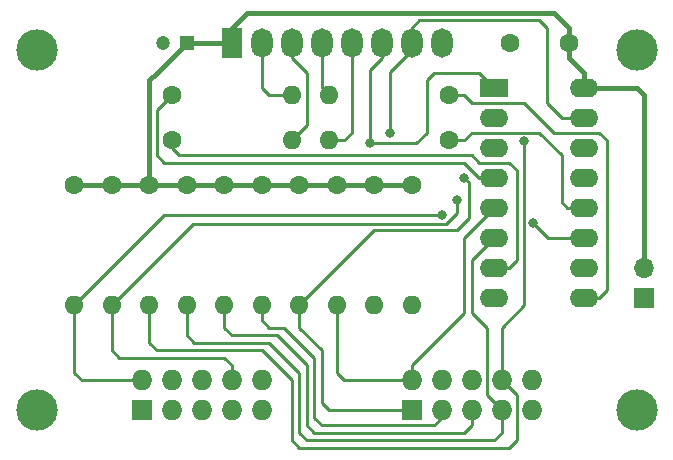
<source format=gtl>
G04 #@! TF.GenerationSoftware,KiCad,Pcbnew,(5.1.8)-1*
G04 #@! TF.CreationDate,2022-02-21T22:55:28+01:00*
G04 #@! TF.ProjectId,NEC PC Engine,4e454320-5043-4204-956e-67696e652e6b,rev?*
G04 #@! TF.SameCoordinates,Original*
G04 #@! TF.FileFunction,Copper,L1,Top*
G04 #@! TF.FilePolarity,Positive*
%FSLAX46Y46*%
G04 Gerber Fmt 4.6, Leading zero omitted, Abs format (unit mm)*
G04 Created by KiCad (PCBNEW (5.1.8)-1) date 2022-02-21 22:55:28*
%MOMM*%
%LPD*%
G01*
G04 APERTURE LIST*
G04 #@! TA.AperFunction,ComponentPad*
%ADD10O,1.800000X2.500000*%
G04 #@! TD*
G04 #@! TA.AperFunction,ComponentPad*
%ADD11R,1.800000X2.500000*%
G04 #@! TD*
G04 #@! TA.AperFunction,ComponentPad*
%ADD12C,1.600000*%
G04 #@! TD*
G04 #@! TA.AperFunction,ComponentPad*
%ADD13O,1.600000X1.600000*%
G04 #@! TD*
G04 #@! TA.AperFunction,ComponentPad*
%ADD14O,1.727200X1.727200*%
G04 #@! TD*
G04 #@! TA.AperFunction,ComponentPad*
%ADD15R,1.727200X1.727200*%
G04 #@! TD*
G04 #@! TA.AperFunction,ComponentPad*
%ADD16C,3.500000*%
G04 #@! TD*
G04 #@! TA.AperFunction,ComponentPad*
%ADD17R,1.700000X1.700000*%
G04 #@! TD*
G04 #@! TA.AperFunction,ComponentPad*
%ADD18O,1.700000X1.700000*%
G04 #@! TD*
G04 #@! TA.AperFunction,ComponentPad*
%ADD19R,1.200000X1.200000*%
G04 #@! TD*
G04 #@! TA.AperFunction,ComponentPad*
%ADD20C,1.200000*%
G04 #@! TD*
G04 #@! TA.AperFunction,ComponentPad*
%ADD21R,2.400000X1.600000*%
G04 #@! TD*
G04 #@! TA.AperFunction,ComponentPad*
%ADD22O,2.400000X1.600000*%
G04 #@! TD*
G04 #@! TA.AperFunction,ViaPad*
%ADD23C,0.800000*%
G04 #@! TD*
G04 #@! TA.AperFunction,Conductor*
%ADD24C,0.381000*%
G04 #@! TD*
G04 #@! TA.AperFunction,Conductor*
%ADD25C,0.250000*%
G04 #@! TD*
G04 APERTURE END LIST*
D10*
X153035000Y-76835000D03*
X150495000Y-76835000D03*
X147955000Y-76835000D03*
X145415000Y-76835000D03*
X142875000Y-76835000D03*
X140335000Y-76835000D03*
X137795000Y-76835000D03*
D11*
X135255000Y-76835000D03*
D12*
X131445000Y-88900000D03*
D13*
X131445000Y-99060000D03*
D14*
X160655000Y-105410000D03*
X158115000Y-105410000D03*
X155575000Y-105410000D03*
X153035000Y-105410000D03*
X150495000Y-105410000D03*
X160655000Y-107950000D03*
X158115000Y-107950000D03*
X155575000Y-107950000D03*
X153035000Y-107950000D03*
D15*
X150495000Y-107950000D03*
D12*
X163830000Y-76835000D03*
X158830000Y-76835000D03*
D15*
X127635000Y-107950000D03*
D14*
X130175000Y-107950000D03*
X132715000Y-107950000D03*
X135255000Y-107950000D03*
X137795000Y-107950000D03*
X127635000Y-105410000D03*
X130175000Y-105410000D03*
X132715000Y-105410000D03*
X135255000Y-105410000D03*
X137795000Y-105410000D03*
D16*
X118745000Y-107950000D03*
X169545000Y-107950000D03*
X169545000Y-77470000D03*
X118745000Y-77455001D03*
D17*
X170180000Y-98425000D03*
D18*
X170180000Y-95885000D03*
D13*
X128270000Y-99060000D03*
D12*
X128270000Y-88900000D03*
X140970000Y-88900000D03*
D13*
X140970000Y-99060000D03*
X144145000Y-99060000D03*
D12*
X144145000Y-88900000D03*
D13*
X121920000Y-99060000D03*
D12*
X121920000Y-88900000D03*
X137795000Y-88900000D03*
D13*
X137795000Y-99060000D03*
X125095000Y-99060000D03*
D12*
X125095000Y-88900000D03*
X134620000Y-88900000D03*
D13*
X134620000Y-99060000D03*
D19*
X131445000Y-76835000D03*
D20*
X129445000Y-76835000D03*
D13*
X147320000Y-99060000D03*
D12*
X147320000Y-88900000D03*
X150495000Y-88900000D03*
D13*
X150495000Y-99060000D03*
X140335000Y-81280000D03*
D12*
X130175000Y-81280000D03*
X130175000Y-85090000D03*
D13*
X140335000Y-85090000D03*
X143510000Y-81280000D03*
D12*
X153670000Y-81280000D03*
X153670000Y-85090000D03*
D13*
X143510000Y-85090000D03*
D21*
X157480000Y-80645000D03*
D22*
X165100000Y-98425000D03*
X157480000Y-83185000D03*
X165100000Y-95885000D03*
X157480000Y-85725000D03*
X165100000Y-93345000D03*
X157480000Y-88265000D03*
X165100000Y-90805000D03*
X157480000Y-90805000D03*
X165100000Y-88265000D03*
X157480000Y-93345000D03*
X165100000Y-85725000D03*
X157480000Y-95885000D03*
X165100000Y-83185000D03*
X157480000Y-98425000D03*
X165100000Y-80645000D03*
D23*
X160745000Y-92075000D03*
X153035000Y-91440000D03*
X154940020Y-88265000D03*
X154305000Y-90170000D03*
X160020000Y-85180000D03*
X146938990Y-85344000D03*
X148665932Y-84470186D03*
D24*
X134620000Y-88900000D02*
X131445000Y-88900000D01*
X137795000Y-88900000D02*
X136207500Y-88900000D01*
X136207500Y-88900000D02*
X134620000Y-88900000D01*
X128270000Y-88900000D02*
X131445000Y-88900000D01*
X128270000Y-88900000D02*
X125095000Y-88900000D01*
X125095000Y-88900000D02*
X121920000Y-88900000D01*
X163830000Y-78105000D02*
X163830000Y-76835000D01*
X165100000Y-79375000D02*
X163830000Y-78105000D01*
X165100000Y-80645000D02*
X165100000Y-79375000D01*
X169545000Y-80645000D02*
X165100000Y-80645000D01*
X170180000Y-81280000D02*
X169545000Y-80645000D01*
X170180000Y-95885000D02*
X170180000Y-81280000D01*
X137795000Y-88900000D02*
X140970000Y-88900000D01*
X140970000Y-88900000D02*
X144145000Y-88900000D01*
X144145000Y-88900000D02*
X147320000Y-88900000D01*
X135255000Y-76835000D02*
X131445000Y-76835000D01*
X147320000Y-88900000D02*
X150495000Y-88900000D01*
X128905000Y-79375000D02*
X131445000Y-76835000D01*
X128270000Y-80010000D02*
X128905000Y-79375000D01*
X128270000Y-88900000D02*
X128270000Y-80010000D01*
X135255000Y-75565000D02*
X135255000Y-76835000D01*
X136525000Y-74295000D02*
X135255000Y-75565000D01*
X162560000Y-74295000D02*
X136525000Y-74295000D01*
X163830000Y-75565000D02*
X162560000Y-74295000D01*
X163830000Y-76835000D02*
X163830000Y-75565000D01*
D25*
X122555000Y-105410000D02*
X127635000Y-105410000D01*
X121920000Y-104775000D02*
X122555000Y-105410000D01*
X121920000Y-99060000D02*
X121920000Y-104775000D01*
X162015000Y-93345000D02*
X160745000Y-92075000D01*
X165100000Y-93345000D02*
X162015000Y-93345000D01*
X121920000Y-99060000D02*
X129540000Y-91440000D01*
X129540000Y-91440000D02*
X153035000Y-91440000D01*
X158115000Y-109855000D02*
X158115000Y-107950000D01*
X157480000Y-110490000D02*
X158115000Y-109855000D01*
X141605000Y-110490000D02*
X157480000Y-110490000D01*
X140970000Y-109855000D02*
X141605000Y-110490000D01*
X138430000Y-102235000D02*
X140970000Y-104775000D01*
X132080000Y-102235000D02*
X138430000Y-102235000D01*
X140970000Y-104775000D02*
X140970000Y-109855000D01*
X131445000Y-101600000D02*
X132080000Y-102235000D01*
X131445000Y-99060000D02*
X131445000Y-101600000D01*
X155575000Y-95250000D02*
X157480000Y-93345000D01*
X155575000Y-99695000D02*
X155575000Y-95250000D01*
X156845000Y-100965000D02*
X155575000Y-99695000D01*
X156845000Y-106680000D02*
X156845000Y-100965000D01*
X158115000Y-107950000D02*
X156845000Y-106680000D01*
X155575000Y-109220000D02*
X155575000Y-107950000D01*
X154940000Y-109855000D02*
X155575000Y-109220000D01*
X141605000Y-109220000D02*
X142240000Y-109855000D01*
X141605000Y-104140000D02*
X141605000Y-109220000D01*
X139065000Y-101600000D02*
X141605000Y-104140000D01*
X142240000Y-109855000D02*
X154940000Y-109855000D01*
X135255000Y-101600000D02*
X139065000Y-101600000D01*
X134620000Y-100965000D02*
X135255000Y-101600000D01*
X134620000Y-99060000D02*
X134620000Y-100965000D01*
X138430000Y-100965000D02*
X137795000Y-100330000D01*
X139700000Y-100965000D02*
X138430000Y-100965000D01*
X142240000Y-103505000D02*
X139700000Y-100965000D01*
X142240000Y-108585000D02*
X142240000Y-103505000D01*
X142875000Y-109220000D02*
X142240000Y-108585000D01*
X152400000Y-109220000D02*
X142875000Y-109220000D01*
X137795000Y-100330000D02*
X137795000Y-99060000D01*
X153035000Y-108585000D02*
X152400000Y-109220000D01*
X153035000Y-107950000D02*
X153035000Y-108585000D01*
X143510000Y-107950000D02*
X150495000Y-107950000D01*
X142875000Y-107315000D02*
X143510000Y-107950000D01*
X142875000Y-102870000D02*
X142875000Y-107315000D01*
X140970000Y-99060000D02*
X140970000Y-99695000D01*
X140970000Y-99060000D02*
X140970000Y-100965000D01*
X140970000Y-100965000D02*
X142875000Y-102870000D01*
X155340019Y-88664999D02*
X154940020Y-88265000D01*
X155340019Y-91674981D02*
X155340019Y-88664999D01*
X147320000Y-92710000D02*
X154305000Y-92710000D01*
X154305000Y-92710000D02*
X155340019Y-91674981D01*
X140970000Y-99060000D02*
X147320000Y-92710000D01*
X135255000Y-104140000D02*
X135255000Y-105410000D01*
X134620000Y-103505000D02*
X135255000Y-104140000D01*
X125730000Y-103505000D02*
X134620000Y-103505000D01*
X125095000Y-102870000D02*
X125730000Y-103505000D01*
X125095000Y-99060000D02*
X125095000Y-102870000D01*
X154305000Y-91243004D02*
X153383002Y-92165002D01*
X154305000Y-90170000D02*
X154305000Y-91243004D01*
X153383002Y-92165002D02*
X131989998Y-92165002D01*
X131989998Y-92165002D02*
X125894999Y-98260001D01*
X125894999Y-98260001D02*
X125095000Y-99060000D01*
X158750000Y-111125000D02*
X159385000Y-110490000D01*
X140970000Y-111125000D02*
X158750000Y-111125000D01*
X140335000Y-110490000D02*
X140970000Y-111125000D01*
X159385000Y-106680000D02*
X158115000Y-105410000D01*
X140335000Y-105410000D02*
X140335000Y-110490000D01*
X137795000Y-102870000D02*
X140335000Y-105410000D01*
X128905000Y-102870000D02*
X137795000Y-102870000D01*
X128270000Y-102235000D02*
X128905000Y-102870000D01*
X159385000Y-110490000D02*
X159385000Y-106680000D01*
X128270000Y-99060000D02*
X128270000Y-102235000D01*
X158115000Y-105410000D02*
X158115000Y-100965000D01*
X158115000Y-100965000D02*
X160020000Y-99060000D01*
X160020000Y-99060000D02*
X160020000Y-85180000D01*
X144145000Y-104775000D02*
X144780000Y-105410000D01*
X144145000Y-99060000D02*
X144145000Y-104775000D01*
X144780000Y-105410000D02*
X150495000Y-105410000D01*
X157480000Y-90805000D02*
X154940000Y-93345000D01*
X154940000Y-93345000D02*
X154940000Y-99695000D01*
X154940000Y-99695000D02*
X150495000Y-104140000D01*
X150495000Y-104140000D02*
X150495000Y-105410000D01*
X137795000Y-76835000D02*
X137795000Y-80645000D01*
X138430000Y-81280000D02*
X140335000Y-81280000D01*
X137795000Y-80645000D02*
X138430000Y-81280000D01*
X141605000Y-83820000D02*
X140335000Y-85090000D01*
X141605000Y-79375000D02*
X141605000Y-83820000D01*
X140335000Y-78105000D02*
X141605000Y-79375000D01*
X140335000Y-76835000D02*
X140335000Y-78105000D01*
X142875000Y-80645000D02*
X143510000Y-81280000D01*
X142875000Y-76835000D02*
X142875000Y-80645000D01*
X145415000Y-76835000D02*
X145415000Y-84455000D01*
X144780000Y-85090000D02*
X143510000Y-85090000D01*
X145415000Y-84455000D02*
X144780000Y-85090000D01*
X151765000Y-84455000D02*
X150876000Y-85344000D01*
X151765000Y-80010000D02*
X151765000Y-84455000D01*
X152400000Y-79375000D02*
X151765000Y-80010000D01*
X156210000Y-79375000D02*
X152400000Y-79375000D01*
X157480000Y-80645000D02*
X156210000Y-79375000D01*
X150876000Y-85344000D02*
X146938990Y-85344000D01*
X146938990Y-79121010D02*
X147955000Y-78105000D01*
X146938990Y-85344000D02*
X146938990Y-79121010D01*
X147955000Y-76835000D02*
X147955000Y-78105000D01*
X163195000Y-83185000D02*
X165100000Y-83185000D01*
X161925000Y-81915000D02*
X163195000Y-83185000D01*
X161290000Y-74930000D02*
X161925000Y-75565000D01*
X151130000Y-74930000D02*
X161290000Y-74930000D01*
X150495000Y-75565000D02*
X151130000Y-74930000D01*
X161925000Y-75565000D02*
X161925000Y-81915000D01*
X150495000Y-76835000D02*
X150495000Y-75565000D01*
X148665932Y-79299068D02*
X150495000Y-77470000D01*
X148665932Y-84470186D02*
X148665932Y-79299068D01*
X150495000Y-76835000D02*
X150495000Y-77470000D01*
X157480000Y-88265000D02*
X156210000Y-88265000D01*
X156210000Y-88265000D02*
X154940000Y-86995000D01*
X154940000Y-86995000D02*
X133350000Y-86995000D01*
X133350000Y-86995000D02*
X129540000Y-86995000D01*
X129540000Y-86995000D02*
X128905000Y-86360000D01*
X128905000Y-82550000D02*
X130175000Y-81280000D01*
X128905000Y-86360000D02*
X128905000Y-82550000D01*
X157480000Y-95885000D02*
X158750000Y-95885000D01*
X158750000Y-95885000D02*
X159385000Y-95250000D01*
X159385000Y-95250000D02*
X159385000Y-87630000D01*
X159385000Y-87630000D02*
X158750000Y-86995000D01*
X158750000Y-86995000D02*
X156210000Y-86995000D01*
X156210000Y-86995000D02*
X155575000Y-86360000D01*
X155575000Y-86360000D02*
X130810000Y-86360000D01*
X130175000Y-85725000D02*
X130175000Y-85090000D01*
X130810000Y-86360000D02*
X130175000Y-85725000D01*
X162560000Y-84455000D02*
X160020000Y-81915000D01*
X166370000Y-84455000D02*
X162560000Y-84455000D01*
X167005000Y-97790000D02*
X167005000Y-85090000D01*
X166370000Y-98425000D02*
X167005000Y-97790000D01*
X167005000Y-85090000D02*
X166370000Y-84455000D01*
X165100000Y-98425000D02*
X166370000Y-98425000D01*
X154940000Y-81280000D02*
X155575000Y-81915000D01*
X153670000Y-81280000D02*
X154940000Y-81280000D01*
X160020000Y-81915000D02*
X155575000Y-81915000D01*
X163650000Y-90805000D02*
X165100000Y-90805000D01*
X163195000Y-90350000D02*
X163650000Y-90805000D01*
X161290000Y-84455000D02*
X163195000Y-86360000D01*
X163195000Y-86360000D02*
X163195000Y-90350000D01*
X155575000Y-84455000D02*
X161290000Y-84455000D01*
X154940000Y-85090000D02*
X155575000Y-84455000D01*
X153670000Y-85090000D02*
X154940000Y-85090000D01*
M02*

</source>
